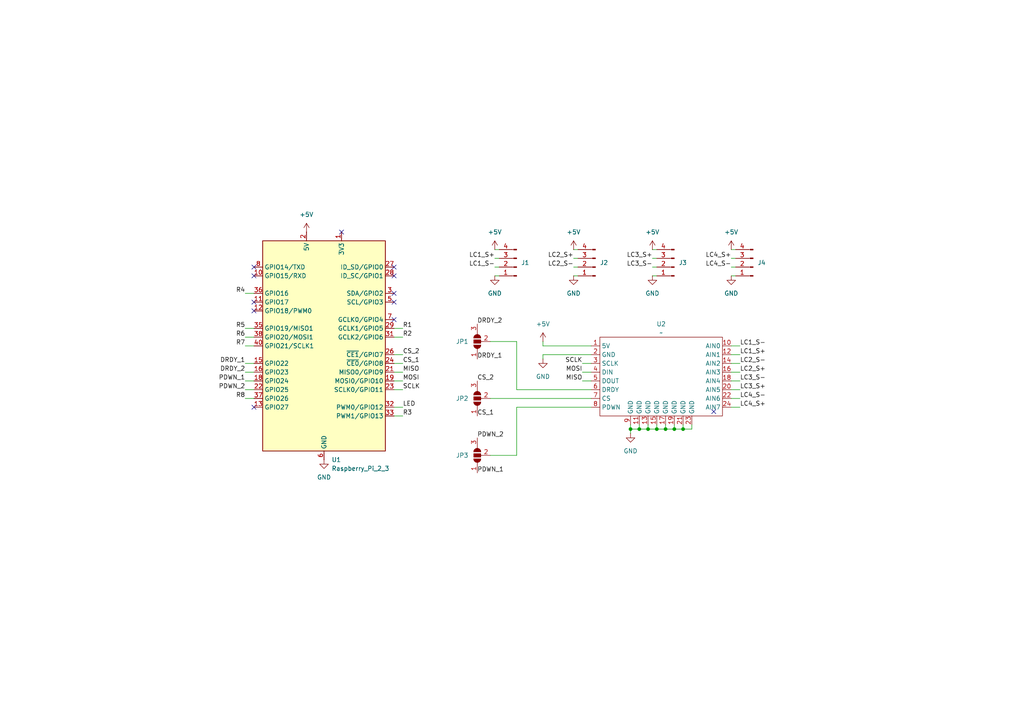
<source format=kicad_sch>
(kicad_sch (version 20250114) (generator "eeschema") (generator_version "9.0")
  (paper "A4")
  (title_block (title "KXR LTI ADS1256 Load Cell Hat") (date "2025-02-01") (rev "v0.2"))
  (lib_symbols
    (symbol "Connector:Conn_01x04_Pin" (pin_names (offset 1.016) (hide yes))
      (property "Reference" "J" (at 0 5.08 0))
      (property "Value" "Conn_01x04_Pin" (at 0 -7.62 0))
      (symbol "Conn_01x04_Pin_1_1"
        (rectangle (start 0.8636 2.667) (end 0 2.413) (stroke (width 0.1524)) (fill (type outline)))
        (rectangle (start 0.8636 0.127) (end 0 -0.127) (stroke (width 0.1524)) (fill (type outline)))
        (rectangle (start 0.8636 -2.413) (end 0 -2.667) (stroke (width 0.1524)) (fill (type outline)))
        (rectangle (start 0.8636 -4.953) (end 0 -5.207) (stroke (width 0.1524)) (fill (type outline)))
        (polyline (pts (xy 1.27 2.54) (xy 0.8636 2.54)) (stroke (width 0.1524)))
        (polyline (pts (xy 1.27 0) (xy 0.8636 0)) (stroke (width 0.1524)))
        (polyline (pts (xy 1.27 -2.54) (xy 0.8636 -2.54)) (stroke (width 0.1524)))
        (polyline (pts (xy 1.27 -5.08) (xy 0.8636 -5.08)) (stroke (width 0.1524)))
        (pin passive line (at 5.08 2.54 180) (length 3.81) (name "Pin_1") (number "1"))
        (pin passive line (at 5.08 0 180) (length 3.81) (name "Pin_2") (number "2"))
        (pin passive line (at 5.08 -2.54 180) (length 3.81) (name "Pin_3") (number "3"))
        (pin passive line (at 5.08 -5.08 180) (length 3.81) (name "Pin_4") (number "4"))
      )
    )
    (symbol "Connector:Raspberry_Pi_2_3"
      (property "Reference" "J" (at -17.78 31.75 0))
      (property "Value" "Raspberry_Pi_2_3" (at 10.16 -31.75 0))
      (symbol "Raspberry_Pi_2_3_0_1"
        (rectangle (start -17.78 30.48) (end 17.78 -30.48) (stroke (width 0.254)) (fill (type background)))
      )
      (symbol "Raspberry_Pi_2_3_1_1"
        (pin bidirectional line (at -20.32 22.86 0) (length 2.54) (name "GPIO14/TXD") (number "8"))
        (pin bidirectional line (at -20.32 20.32 0) (length 2.54) (name "GPIO15/RXD") (number "10"))
        (pin bidirectional line (at -20.32 15.24 0) (length 2.54) (name "GPIO16") (number "36"))
        (pin bidirectional line (at -20.32 12.7 0) (length 2.54) (name "GPIO17") (number "11"))
        (pin bidirectional line (at -20.32 10.16 0) (length 2.54) (name "GPIO18/PWM0") (number "12"))
        (pin bidirectional line (at -20.32 5.08 0) (length 2.54) (name "GPIO19/MISO1") (number "35"))
        (pin bidirectional line (at -20.32 2.54 0) (length 2.54) (name "GPIO20/MOSI1") (number "38"))
        (pin bidirectional line (at -20.32 0 0) (length 2.54) (name "GPIO21/SCLK1") (number "40"))
        (pin bidirectional line (at -20.32 -5.08 0) (length 2.54) (name "GPIO22") (number "15"))
        (pin bidirectional line (at -20.32 -7.62 0) (length 2.54) (name "GPIO23") (number "16"))
        (pin bidirectional line (at -20.32 -10.16 0) (length 2.54) (name "GPIO24") (number "18"))
        (pin bidirectional line (at -20.32 -12.7 0) (length 2.54) (name "GPIO25") (number "22"))
        (pin bidirectional line (at -20.32 -15.24 0) (length 2.54) (name "GPIO26") (number "37"))
        (pin bidirectional line (at -20.32 -17.78 0) (length 2.54) (name "GPIO27") (number "13"))
        (pin power_in line (at -5.08 33.02 270) (length 2.54) (name "5V") (number "2"))
        (pin passive line (at -5.08 33.02 270) (length 2.54) (hide yes) (name "5V") (number "4"))
        (pin passive line (at 0 -33.02 90) (length 2.54) (hide yes) (name "GND") (number "14"))
        (pin passive line (at 0 -33.02 90) (length 2.54) (hide yes) (name "GND") (number "20"))
        (pin passive line (at 0 -33.02 90) (length 2.54) (hide yes) (name "GND") (number "25"))
        (pin passive line (at 0 -33.02 90) (length 2.54) (hide yes) (name "GND") (number "30"))
        (pin passive line (at 0 -33.02 90) (length 2.54) (hide yes) (name "GND") (number "34"))
        (pin passive line (at 0 -33.02 90) (length 2.54) (hide yes) (name "GND") (number "39"))
        (pin power_in line (at 0 -33.02 90) (length 2.54) (name "GND") (number "6"))
        (pin passive line (at 0 -33.02 90) (length 2.54) (hide yes) (name "GND") (number "9"))
        (pin power_in line (at 5.08 33.02 270) (length 2.54) (name "3V3") (number "1"))
        (pin passive line (at 5.08 33.02 270) (length 2.54) (hide yes) (name "3V3") (number "17"))
        (pin bidirectional line (at 20.32 22.86 180) (length 2.54) (name "ID_SD/GPIO0") (number "27"))
        (pin bidirectional line (at 20.32 20.32 180) (length 2.54) (name "ID_SC/GPIO1") (number "28"))
        (pin bidirectional line (at 20.32 15.24 180) (length 2.54) (name "SDA/GPIO2") (number "3"))
        (pin bidirectional line (at 20.32 12.7 180) (length 2.54) (name "SCL/GPIO3") (number "5"))
        (pin bidirectional line (at 20.32 7.62 180) (length 2.54) (name "GCLK0/GPIO4") (number "7"))
        (pin bidirectional line (at 20.32 5.08 180) (length 2.54) (name "GCLK1/GPIO5") (number "29"))
        (pin bidirectional line (at 20.32 2.54 180) (length 2.54) (name "GCLK2/GPIO6") (number "31"))
        (pin bidirectional line (at 20.32 -2.54 180) (length 2.54) (name "~{CE1}/GPIO7") (number "26"))
        (pin bidirectional line (at 20.32 -5.08 180) (length 2.54) (name "~{CE0}/GPIO8") (number "24"))
        (pin bidirectional line (at 20.32 -7.62 180) (length 2.54) (name "MISO0/GPIO9") (number "21"))
        (pin bidirectional line (at 20.32 -10.16 180) (length 2.54) (name "MOSI0/GPIO10") (number "19"))
        (pin bidirectional line (at 20.32 -12.7 180) (length 2.54) (name "SCLK0/GPIO11") (number "23"))
        (pin bidirectional line (at 20.32 -17.78 180) (length 2.54) (name "PWM0/GPIO12") (number "32"))
        (pin bidirectional line (at 20.32 -20.32 180) (length 2.54) (name "PWM1/GPIO13") (number "33"))
      )
    )
    (symbol "Jumper:SolderJumper_3_Open" (pin_names (offset 0) (hide yes)) (exclude_from_sim yes) (in_bom no)
      (property "Reference" "JP" (at -2.54 -2.54 0))
      (property "Value" "SolderJumper_3_Open" (at 0 2.794 0))
      (symbol "SolderJumper_3_Open_0_1"
        (polyline (pts (xy -2.54 0) (xy -2.032 0)))
        (polyline (pts (xy -1.016 1.016) (xy -1.016 -1.016)))
        (arc (start -1.016 -1.016) (mid -2.0276 0) (end -1.016 1.016))
        (arc (start -1.016 -1.016) (mid -2.0276 0) (end -1.016 1.016) (fill (type outline)))
        (rectangle (start -0.508 1.016) (end 0.508 -1.016) (fill (type outline)))
        (polyline (pts (xy 0 -1.27) (xy 0 -1.016)))
        (arc (start 1.016 1.016) (mid 2.0276 0) (end 1.016 -1.016))
        (arc (start 1.016 1.016) (mid 2.0276 0) (end 1.016 -1.016) (fill (type outline)))
        (polyline (pts (xy 1.016 1.016) (xy 1.016 -1.016)))
        (polyline (pts (xy 2.54 0) (xy 2.032 0)))
      )
      (symbol "SolderJumper_3_Open_1_1"
        (pin passive line (at -5.08 0 0) (length 2.54) (name "A") (number "1"))
        (pin passive line (at 0 -3.81 90) (length 2.54) (name "C") (number "2"))
        (pin passive line (at 5.08 0 180) (length 2.54) (name "B") (number "3"))
      )
    )
    (symbol "New_Library:HiLetgo_ADS1256"
      (property "Reference" "U" (at 0 0 0))
      (symbol "HiLetgo_ADS1256_0_1"
        (rectangle (start -17.78 11.43) (end 17.78 -11.43))
      )
      (symbol "HiLetgo_ADS1256_1_1"
        (pin power_in line (at -20.32 8.89 0) (length 2.54) (name "5V") (number "1"))
        (pin power_in line (at -20.32 6.35 0) (length 2.54) (name "GND") (number "2"))
        (pin power_in line (at -20.32 3.81 0) (length 2.54) (name "SCLK") (number "3"))
        (pin input line (at -20.32 1.27 0) (length 2.54) (name "DIN") (number "4"))
        (pin output line (at -20.32 -1.27 0) (length 2.54) (name "DOUT") (number "5"))
        (pin output line (at -20.32 -3.81 0) (length 2.54) (name "DRDY") (number "6"))
        (pin input line (at -20.32 -6.35 0) (length 2.54) (name "CS") (number "7"))
        (pin input line (at -20.32 -8.89 0) (length 2.54) (name "PDWN") (number "8"))
        (pin power_in line (at -8.89 -13.97 90) (length 2.54) (name "GND") (number "9"))
        (pin power_in line (at -6.35 -13.97 90) (length 2.54) (name "GND") (number "11"))
        (pin power_in line (at -3.81 -13.97 90) (length 2.54) (name "GND") (number "13"))
        (pin power_in line (at -1.27 -13.97 90) (length 2.54) (name "GND") (number "15"))
        (pin power_in line (at 1.27 -13.97 90) (length 2.54) (name "GND") (number "17"))
        (pin power_in line (at 3.81 -13.97 90) (length 2.54) (name "GND") (number "19"))
        (pin power_in line (at 6.35 -13.97 90) (length 2.54) (name "GND") (number "21"))
        (pin power_in line (at 8.89 -13.97 90) (length 2.54) (name "GND") (number "23"))
        (pin input line (at 20.32 8.89 180) (length 2.54) (name "AIN0") (number "10"))
        (pin input line (at 20.32 6.35 180) (length 2.54) (name "AIN1") (number "12"))
        (pin input line (at 20.32 3.81 180) (length 2.54) (name "AIN2") (number "14"))
        (pin input line (at 20.32 1.27 180) (length 2.54) (name "AIN3") (number "16"))
        (pin input line (at 20.32 -1.27 180) (length 2.54) (name "AIN4") (number "18"))
        (pin input line (at 20.32 -3.81 180) (length 2.54) (name "AIN5") (number "20"))
        (pin input line (at 20.32 -6.35 180) (length 2.54) (name "AIN6") (number "22"))
        (pin input line (at 20.32 -8.89 180) (length 2.54) (name "AIN7") (number "24"))
      )
    )
    (symbol "power:+5V" (power) (pin_numbers (hide yes)) (pin_names (offset 0) (hide yes))
      (property "Value" "+5V" (at 0 3.556 0))
      (symbol "+5V_0_1"
        (polyline (pts (xy -0.762 1.27) (xy 0 2.54)))
        (polyline (pts (xy 0 2.54) (xy 0.762 1.27)))
        (polyline (pts (xy 0 0) (xy 0 2.54)))
      )
      (symbol "+5V_1_1"
        (pin power_in line (at 0 0 90) (length 0) (name "~") (number "1"))
      )
    )
    (symbol "power:GND" (power) (pin_numbers (hide yes)) (pin_names (offset 0) (hide yes))
      (property "Value" "GND" (at 0 -3.81 0))
      (symbol "GND_0_1"
        (polyline (pts (xy 0 0) (xy 0 -1.27) (xy 1.27 -1.27) (xy 0 -2.54) (xy -1.27 -1.27) (xy 0 -1.27)))
      )
      (symbol "GND_1_1"
        (pin power_in line (at 0 0 270) (length 0) (name "~") (number "1"))
      )
    )
  )
  (junction (at 198.12 124.46))
  (junction (at 182.88 124.46))
  (junction (at 190.5 124.46))
  (junction (at 193.04 124.46))
  (junction (at 185.42 124.46))
  (junction (at 187.96 124.46))
  (junction (at 195.58 124.46))
  (no_connect (at 114.3 92.71))
  (no_connect (at 73.66 90.17))
  (no_connect (at 114.3 80.01))
  (no_connect (at 73.66 118.11))
  (no_connect (at 73.66 80.01))
  (no_connect (at 99.06 67.31))
  (no_connect (at 114.3 87.63))
  (no_connect (at 114.3 77.47))
  (no_connect (at 207.01 119.38))
  (no_connect (at 73.66 87.63))
  (no_connect (at 114.3 85.09))
  (no_connect (at 73.66 77.47))
  (wire (pts (xy 198.12 124.46) (xy 198.12 123.19)))
  (wire (pts (xy 149.86 132.08) (xy 149.86 118.11)))
  (wire (pts (xy 149.86 118.11) (xy 171.45 118.11)))
  (wire (pts (xy 166.37 74.93) (xy 167.64 74.93)))
  (wire (pts (xy 114.3 107.95) (xy 116.84 107.95)))
  (wire (pts (xy 182.88 123.19) (xy 182.88 124.46)))
  (wire (pts (xy 166.37 72.39) (xy 167.64 72.39)))
  (wire (pts (xy 116.84 95.25) (xy 114.3 95.25)))
  (wire (pts (xy 71.12 100.33) (xy 73.66 100.33)))
  (wire (pts (xy 114.3 102.87) (xy 116.84 102.87)))
  (wire (pts (xy 142.24 99.06) (xy 149.86 99.06)))
  (wire (pts (xy 114.3 110.49) (xy 116.84 110.49)))
  (wire (pts (xy 212.09 102.87) (xy 214.63 102.87)))
  (wire (pts (xy 185.42 124.46) (xy 185.42 123.19)))
  (wire (pts (xy 212.09 118.11) (xy 214.63 118.11)))
  (wire (pts (xy 189.23 77.47) (xy 190.5 77.47)))
  (wire (pts (xy 182.88 124.46) (xy 182.88 125.73)))
  (wire (pts (xy 143.51 74.93) (xy 144.78 74.93)))
  (wire (pts (xy 142.24 115.57) (xy 171.45 115.57)))
  (wire (pts (xy 212.09 115.57) (xy 214.63 115.57)))
  (wire (pts (xy 189.23 80.01) (xy 190.5 80.01)))
  (wire (pts (xy 195.58 124.46) (xy 198.12 124.46)))
  (wire (pts (xy 212.09 74.93) (xy 213.36 74.93)))
  (wire (pts (xy 114.3 113.03) (xy 116.84 113.03)))
  (wire (pts (xy 212.09 107.95) (xy 214.63 107.95)))
  (wire (pts (xy 71.12 95.25) (xy 73.66 95.25)))
  (wire (pts (xy 212.09 100.33) (xy 214.63 100.33)))
  (wire (pts (xy 116.84 120.65) (xy 114.3 120.65)))
  (wire (pts (xy 157.48 102.87) (xy 171.45 102.87)))
  (wire (pts (xy 157.48 100.33) (xy 171.45 100.33)))
  (wire (pts (xy 185.42 124.46) (xy 187.96 124.46)))
  (wire (pts (xy 157.48 104.14) (xy 157.48 102.87)))
  (wire (pts (xy 114.3 105.41) (xy 116.84 105.41)))
  (wire (pts (xy 71.12 85.09) (xy 73.66 85.09)))
  (wire (pts (xy 143.51 77.47) (xy 144.78 77.47)))
  (wire (pts (xy 116.84 97.79) (xy 114.3 97.79)))
  (wire (pts (xy 189.23 72.39) (xy 190.5 72.39)))
  (wire (pts (xy 71.12 97.79) (xy 73.66 97.79)))
  (wire (pts (xy 71.12 110.49) (xy 73.66 110.49)))
  (wire (pts (xy 212.09 105.41) (xy 214.63 105.41)))
  (wire (pts (xy 212.09 72.39) (xy 213.36 72.39)))
  (wire (pts (xy 71.12 115.57) (xy 73.66 115.57)))
  (wire (pts (xy 212.09 80.01) (xy 213.36 80.01)))
  (wire (pts (xy 149.86 99.06) (xy 149.86 113.03)))
  (wire (pts (xy 195.58 124.46) (xy 195.58 123.19)))
  (wire (pts (xy 71.12 113.03) (xy 73.66 113.03)))
  (wire (pts (xy 212.09 77.47) (xy 213.36 77.47)))
  (wire (pts (xy 182.88 124.46) (xy 185.42 124.46)))
  (wire (pts (xy 190.5 124.46) (xy 190.5 123.19)))
  (wire (pts (xy 168.91 107.95) (xy 171.45 107.95)))
  (wire (pts (xy 142.24 132.08) (xy 149.86 132.08)))
  (wire (pts (xy 116.84 118.11) (xy 114.3 118.11)))
  (wire (pts (xy 166.37 77.47) (xy 167.64 77.47)))
  (wire (pts (xy 187.96 124.46) (xy 187.96 123.19)))
  (wire (pts (xy 168.91 105.41) (xy 171.45 105.41)))
  (wire (pts (xy 200.66 124.46) (xy 200.66 123.19)))
  (wire (pts (xy 143.51 80.01) (xy 144.78 80.01)))
  (wire (pts (xy 187.96 124.46) (xy 190.5 124.46)))
  (wire (pts (xy 189.23 74.93) (xy 190.5 74.93)))
  (wire (pts (xy 71.12 105.41) (xy 73.66 105.41)))
  (wire (pts (xy 143.51 72.39) (xy 144.78 72.39)))
  (wire (pts (xy 157.48 99.06) (xy 157.48 100.33)))
  (wire (pts (xy 212.09 110.49) (xy 214.63 110.49)))
  (wire (pts (xy 149.86 113.03) (xy 171.45 113.03)))
  (wire (pts (xy 71.12 107.95) (xy 73.66 107.95)))
  (wire (pts (xy 193.04 124.46) (xy 193.04 123.19)))
  (wire (pts (xy 198.12 124.46) (xy 200.66 124.46)))
  (wire (pts (xy 190.5 124.46) (xy 193.04 124.46)))
  (wire (pts (xy 193.04 124.46) (xy 195.58 124.46)))
  (wire (pts (xy 212.09 113.03) (xy 214.63 113.03)))
  (wire (pts (xy 166.37 80.01) (xy 167.64 80.01)))
  (wire (pts (xy 168.91 110.49) (xy 171.45 110.49)))
  (label "MISO" (at 116.84 107.95 0))
  (label "R8" (at 71.12 115.57 180))
  (label "LC4_S-" (at 212.09 77.47 180))
  (label "LC3_S-" (at 214.63 110.49 0))
  (label "DRDY_1" (at 138.43 104.14 0))
  (label "MOSI" (at 168.91 107.95 180))
  (label "R1" (at 116.84 95.25 0))
  (label "LC3_S+" (at 189.23 74.93 180))
  (label "DRDY_2" (at 71.12 107.95 180))
  (label "R4" (at 71.12 85.09 180))
  (label "LC4_S+" (at 212.09 74.93 180))
  (label "R2" (at 116.84 97.79 0))
  (label "LC4_S+" (at 214.63 118.11 0))
  (label "MOSI" (at 116.84 110.49 0))
  (label "SCLK" (at 116.84 113.03 0))
  (label "LC1_S-" (at 214.63 100.33 0))
  (label "PDWN_2" (at 71.12 113.03 180))
  (label "R3" (at 116.84 120.65 0))
  (label "DRDY_1" (at 71.12 105.41 180))
  (label "LC2_S+" (at 214.63 107.95 0))
  (label "R5" (at 71.12 95.25 180))
  (label "LC1_S+" (at 143.51 74.93 180))
  (label "LC2_S-" (at 214.63 105.41 0))
  (label "LC1_S+" (at 214.63 102.87 0))
  (label "MISO" (at 168.91 110.49 180))
  (label "CS_2" (at 138.43 110.49 0))
  (label "LC2_S+" (at 166.37 74.93 180))
  (label "DRDY_2" (at 138.43 93.98 0))
  (label "LC4_S-" (at 214.63 115.57 0))
  (label "PDWN_2" (at 138.43 127 0))
  (label "R7" (at 71.12 100.33 180))
  (label "LC2_S-" (at 166.37 77.47 180))
  (label "CS_2" (at 116.84 102.87 0))
  (label "LC3_S-" (at 189.23 77.47 180))
  (label "CS_1" (at 116.84 105.41 0))
  (label "R6" (at 71.12 97.79 180))
  (label "LC3_S+" (at 214.63 113.03 0))
  (label "PDWN_1" (at 138.43 137.16 0))
  (label "LC1_S-" (at 143.51 77.47 180))
  (label "CS_1" (at 138.43 120.65 0))
  (label "LED" (at 116.84 118.11 0))
  (label "SCLK" (at 168.91 105.41 180))
  (label "PDWN_1" (at 71.12 110.49 180))
  (symbol (lib_id "Jumper:SolderJumper_3_Open") (at 138.43 115.57 90) (unit 1) (in_bom no)
    (property "Reference" "JP2" (at 135.89 115.5699 90) (effects (justify left)))
    (property "Value" "SolderJumper_3_Open" (effects (hide yes)))
    (property "Footprint" "Jumper:SolderJumper-3_P1.3mm_Open_RoundedPad1.0x1.5mm_NumberLabels" (effects (hide yes)))
    (property "Description" "Solder Jumper, 3-pole, open" (effects (hide yes)))
  )
  (symbol (lib_id "Jumper:SolderJumper_3_Open") (at 138.43 132.08 90) (unit 1) (in_bom no)
    (property "Reference" "JP3" (at 135.89 132.0799 90) (effects (justify left)))
    (property "Value" "SolderJumper_3_Open" (effects (hide yes)))
    (property "Footprint" "Jumper:SolderJumper-3_P1.3mm_Open_RoundedPad1.0x1.5mm_NumberLabels" (effects (hide yes)))
    (property "Description" "Solder Jumper, 3-pole, open" (effects (hide yes)))
  )
  (symbol (lib_id "power:GND") (at 166.37 80.01 0) (unit 1)
    (property "Reference" "#PWR08" (effects (hide yes)))
    (property "Value" "GND" (at 166.37 85.09 0))
    (property "Description" "Power symbol creates a global label with name \"GND\" , ground" (effects (hide yes)))
  )
  (symbol (lib_id "power:+5V") (at 88.9 67.31 0) (unit 1)
    (property "Reference" "#PWR01" (effects (hide yes)))
    (property "Value" "+5V" (at 88.9 62.23 0))
    (property "Description" "Power symbol creates a global label with name \"+5V\"" (effects (hide yes)))
  )
  (symbol (lib_id "New_Library:HiLetgo_ADS1256") (at 191.77 109.22 0) (unit 1)
    (property "Reference" "U2" (at 191.77 93.98 0))
    (property "Value" "~" (at 191.77 96.52 0))
    (property "Footprint" "Library:HiLetGo_ADS1256" (effects (hide yes)))
    (property "Datasheet" "https://www.ti.com/lit/ds/symlink/ads1255.pdf?ts=1738276635930" (effects (hide yes)))
    (property "Description" "https://www.amazon.com/HiLetgo-ADS1256-Acquisition-Precision-Collecting/dp/B09KGXC44Q" (effects (hide yes)))
  )
  (symbol (lib_id "power:GND") (at 182.88 125.73 0) (mirror y) (unit 1)
    (property "Reference" "#PWR09" (effects (hide yes)))
    (property "Value" "GND" (at 182.88 130.81 0))
    (property "Description" "Power symbol creates a global label with name \"GND\" , ground" (effects (hide yes)))
  )
  (symbol (lib_id "power:GND") (at 157.48 104.14 0) (mirror y) (unit 1)
    (property "Reference" "#PWR06" (effects (hide yes)))
    (property "Value" "GND" (at 157.48 109.22 0))
    (property "Description" "Power symbol creates a global label with name \"GND\" , ground" (effects (hide yes)))
  )
  (symbol (lib_id "power:+5V") (at 143.51 72.39 0) (unit 1)
    (property "Reference" "#PWR03" (effects (hide yes)))
    (property "Value" "+5V" (at 143.51 67.31 0))
    (property "Description" "Power symbol creates a global label with name \"+5V\"" (effects (hide yes)))
  )
  (symbol (lib_id "Connector:Conn_01x04_Pin") (at 195.58 77.47 180) (unit 1)
    (property "Reference" "J3" (at 196.85 76.1999 0) (effects (justify right)))
    (property "Value" "Conn_01x05_Pin" (effects (hide yes)))
    (property "Footprint" "Library:JST_XH_S4B-XH-A_1x04_P2.50mm_Horizontal" (effects (hide yes)))
    (property "Datasheet" "https://www.jst-mfg.com/product/pdf/eng/eXH.pdf" (effects (hide yes)))
    (property "Description" "https://www.amazon.com/VOGOOPOI-Terminal-Housing-Connector-Adaptor/dp/B0CH8G2XN9" (effects (hide yes)))
  )
  (symbol (lib_id "power:+5V") (at 189.23 72.39 0) (unit 1)
    (property "Reference" "#PWR010" (effects (hide yes)))
    (property "Value" "+5V" (at 189.23 67.31 0))
    (property "Description" "Power symbol creates a global label with name \"+5V\"" (effects (hide yes)))
  )
  (symbol (lib_id "Connector:Conn_01x04_Pin") (at 172.72 77.47 180) (unit 1)
    (property "Reference" "J2" (at 173.99 76.1999 0) (effects (justify right)))
    (property "Value" "Conn_01x05_Pin" (effects (hide yes)))
    (property "Footprint" "Library:JST_XH_S4B-XH-A_1x04_P2.50mm_Horizontal" (effects (hide yes)))
    (property "Datasheet" "https://www.jst-mfg.com/product/pdf/eng/eXH.pdf" (effects (hide yes)))
    (property "Description" "https://www.amazon.com/VOGOOPOI-Terminal-Housing-Connector-Adaptor/dp/B0CH8G2XN9" (effects (hide yes)))
  )
  (symbol (lib_id "power:GND") (at 143.51 80.01 0) (unit 1)
    (property "Reference" "#PWR04" (effects (hide yes)))
    (property "Value" "GND" (at 143.51 85.09 0))
    (property "Description" "Power symbol creates a global label with name \"GND\" , ground" (effects (hide yes)))
  )
  (symbol (lib_id "power:GND") (at 93.98 133.35 0) (unit 1)
    (property "Reference" "#PWR02" (effects (hide yes)))
    (property "Value" "GND" (at 93.98 138.43 0))
    (property "Description" "Power symbol creates a global label with name \"GND\" , ground" (effects (hide yes)))
  )
  (symbol (lib_id "Jumper:SolderJumper_3_Open") (at 138.43 99.06 90) (unit 1) (in_bom no)
    (property "Reference" "JP1" (at 135.89 99.0599 90) (effects (justify left)))
    (property "Value" "SolderJumper_3_Open" (effects (hide yes)))
    (property "Footprint" "Jumper:SolderJumper-3_P1.3mm_Open_RoundedPad1.0x1.5mm_NumberLabels" (effects (hide yes)))
    (property "Description" "Solder Jumper, 3-pole, open" (effects (hide yes)))
  )
  (symbol (lib_id "Connector:Conn_01x04_Pin") (at 149.86 77.47 180) (unit 1)
    (property "Reference" "J1" (at 151.13 76.1999 0) (effects (justify right)))
    (property "Value" "Conn_01x05_Pin" (effects (hide yes)))
    (property "Footprint" "Library:JST_XH_S4B-XH-A_1x04_P2.50mm_Horizontal" (effects (hide yes)))
    (property "Datasheet" "https://www.jst-mfg.com/product/pdf/eng/eXH.pdf" (effects (hide yes)))
    (property "Description" "https://www.amazon.com/VOGOOPOI-Terminal-Housing-Connector-Adaptor/dp/B0CH8G2XN9" (effects (hide yes)))
  )
  (symbol (lib_id "power:GND") (at 212.09 80.01 0) (unit 1)
    (property "Reference" "#PWR013" (effects (hide yes)))
    (property "Value" "GND" (at 212.09 85.09 0))
    (property "Description" "Power symbol creates a global label with name \"GND\" , ground" (effects (hide yes)))
  )
  (symbol (lib_id "power:+5V") (at 157.48 99.06 0) (unit 1)
    (property "Reference" "#PWR05" (effects (hide yes)))
    (property "Value" "+5V" (at 157.48 93.98 0))
    (property "Description" "Power symbol creates a global label with name \"+5V\"" (effects (hide yes)))
  )
  (symbol (lib_id "Connector:Raspberry_Pi_2_3") (at 93.98 100.33 0) (unit 1)
    (property "Reference" "U1" (at 96.1741 133.35 0) (effects (justify left)))
    (property "Value" "Raspberry_Pi_2_3" (at 96.1741 135.89 0) (effects (justify left)))
    (property "Footprint" "Connector_PinSocket_2.54mm:PinSocket_2x20_P2.54mm_Vertical" (effects (hide yes)))
    (property "Datasheet" "https://www.raspberrypi.org/documentation/hardware/raspberrypi/schematics/rpi_SCH_3bplus_1p0_reduced.pdf" (effects (hide yes)))
    (property "Description" "expansion header for Raspberry Pi 2 & 3" (effects (hide yes)))
  )
  (symbol (lib_id "power:+5V") (at 212.09 72.39 0) (unit 1)
    (property "Reference" "#PWR012" (effects (hide yes)))
    (property "Value" "+5V" (at 212.09 67.31 0))
    (property "Description" "Power symbol creates a global label with name \"+5V\"" (effects (hide yes)))
  )
  (symbol (lib_id "power:+5V") (at 166.37 72.39 0) (unit 1)
    (property "Reference" "#PWR07" (effects (hide yes)))
    (property "Value" "+5V" (at 166.37 67.31 0))
    (property "Description" "Power symbol creates a global label with name \"+5V\"" (effects (hide yes)))
  )
  (symbol (lib_id "power:GND") (at 189.23 80.01 0) (unit 1)
    (property "Reference" "#PWR011" (effects (hide yes)))
    (property "Value" "GND" (at 189.23 85.09 0))
    (property "Description" "Power symbol creates a global label with name \"GND\" , ground" (effects (hide yes)))
  )
  (symbol (lib_id "Connector:Conn_01x04_Pin") (at 218.44 77.47 180) (unit 1)
    (property "Reference" "J4" (at 219.71 76.1999 0) (effects (justify right)))
    (property "Value" "Conn_01x05_Pin" (effects (hide yes)))
    (property "Footprint" "Library:JST_XH_S4B-XH-A_1x04_P2.50mm_Horizontal" (effects (hide yes)))
    (property "Datasheet" "https://www.jst-mfg.com/product/pdf/eng/eXH.pdf" (effects (hide yes)))
    (property "Description" "https://www.amazon.com/VOGOOPOI-Terminal-Housing-Connector-Adaptor/dp/B0CH8G2XN9" (effects (hide yes)))
  )
)
</source>
